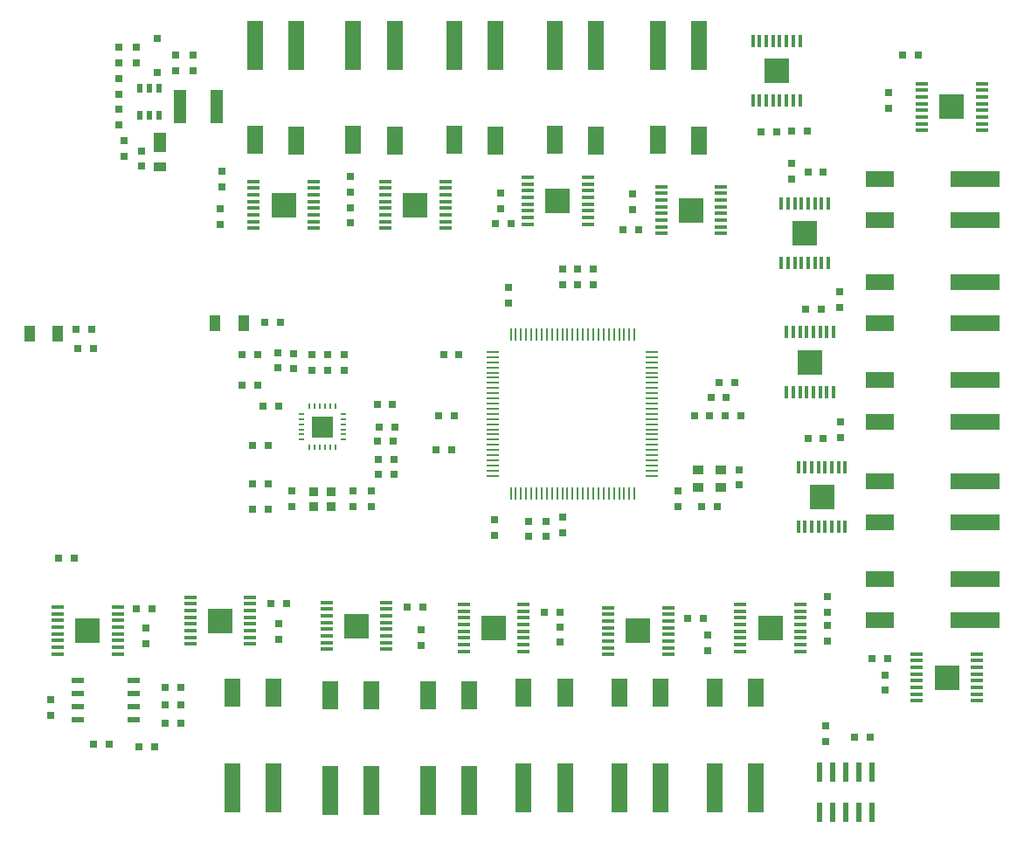
<source format=gbr>
G04 #@! TF.FileFunction,Paste,Top*
%FSLAX46Y46*%
G04 Gerber Fmt 4.6, Leading zero omitted, Abs format (unit mm)*
G04 Created by KiCad (PCBNEW 4.0.7) date 11/21/18 10:10:23*
%MOMM*%
%LPD*%
G01*
G04 APERTURE LIST*
%ADD10C,0.050000*%
%ADD11R,2.400000X2.400000*%
%ADD12R,1.200000X0.360000*%
%ADD13R,1.600000X2.800000*%
%ADD14R,1.600000X4.800000*%
%ADD15R,1.000000X1.600000*%
%ADD16R,2.800000X1.600000*%
%ADD17R,4.800000X1.600000*%
%ADD18R,0.719328X0.800608*%
%ADD19R,0.800608X0.719328*%
%ADD20R,0.360000X1.200000*%
%ADD21R,1.999488X1.999488*%
%ADD22O,0.640080X0.199136*%
%ADD23O,0.199136X0.640080*%
%ADD24R,1.120000X0.960000*%
%ADD25R,0.960000X0.880000*%
%ADD26R,0.720000X0.800000*%
%ADD27R,0.800000X0.720000*%
%ADD28R,1.200000X0.840000*%
%ADD29R,1.200000X1.920000*%
%ADD30R,0.680000X0.680000*%
%ADD31R,0.608000X1.920000*%
%ADD32R,1.200000X3.200000*%
%ADD33R,1.200000X0.240000*%
%ADD34R,0.240000X1.200000*%
%ADD35R,0.480000X0.960000*%
%ADD36R,1.240000X0.480000*%
G04 APERTURE END LIST*
D10*
D11*
X152750000Y-75000000D03*
D12*
X149850000Y-76625000D03*
X149850000Y-77275000D03*
X149850000Y-75975000D03*
X149850000Y-75325000D03*
X149850000Y-72725000D03*
X149850000Y-73375000D03*
X149850000Y-74675000D03*
X149850000Y-74025000D03*
X155650000Y-74025000D03*
X155650000Y-74675000D03*
X155650000Y-73375000D03*
X155650000Y-72725000D03*
X155650000Y-75325000D03*
X155650000Y-75975000D03*
X155650000Y-77275000D03*
X155650000Y-76625000D03*
D13*
X129750000Y-68200000D03*
D14*
X129750000Y-59000000D03*
X133750000Y-59000000D03*
D13*
X133750000Y-68250000D03*
D11*
X113250000Y-74500000D03*
D12*
X110350000Y-76125000D03*
X110350000Y-76775000D03*
X110350000Y-75475000D03*
X110350000Y-74825000D03*
X110350000Y-72225000D03*
X110350000Y-72875000D03*
X110350000Y-74175000D03*
X110350000Y-73525000D03*
X116150000Y-73525000D03*
X116150000Y-74175000D03*
X116150000Y-72875000D03*
X116150000Y-72225000D03*
X116150000Y-74825000D03*
X116150000Y-75475000D03*
X116150000Y-76775000D03*
X116150000Y-76125000D03*
D13*
X131250000Y-122050000D03*
D14*
X131250000Y-131250000D03*
X127250000Y-131250000D03*
D13*
X127250000Y-122000000D03*
D15*
X88625000Y-87000000D03*
X91375000Y-87000000D03*
X106625000Y-86000000D03*
X109375000Y-86000000D03*
D13*
X140500000Y-121800000D03*
D14*
X140500000Y-131000000D03*
X136500000Y-131000000D03*
D13*
X136500000Y-121750000D03*
X110500000Y-68200000D03*
D14*
X110500000Y-59000000D03*
X114500000Y-59000000D03*
D13*
X114500000Y-68250000D03*
D16*
X171050000Y-101250000D03*
D17*
X180250000Y-101250000D03*
X180250000Y-105250000D03*
D16*
X171000000Y-105250000D03*
D13*
X149500000Y-68200000D03*
D14*
X149500000Y-59000000D03*
X153500000Y-59000000D03*
D13*
X153500000Y-68250000D03*
X120000000Y-68200000D03*
D14*
X120000000Y-59000000D03*
X124000000Y-59000000D03*
D13*
X124000000Y-68250000D03*
D16*
X171050000Y-110750000D03*
D17*
X180250000Y-110750000D03*
X180250000Y-114750000D03*
D16*
X171000000Y-114750000D03*
X171050000Y-72000000D03*
D17*
X180250000Y-72000000D03*
X180250000Y-76000000D03*
D16*
X171000000Y-76000000D03*
D13*
X121750000Y-122050000D03*
D14*
X121750000Y-131250000D03*
X117750000Y-131250000D03*
D13*
X117750000Y-122000000D03*
X159000000Y-121800000D03*
D14*
X159000000Y-131000000D03*
X155000000Y-131000000D03*
D13*
X155000000Y-121750000D03*
D16*
X171050000Y-82000000D03*
D17*
X180250000Y-82000000D03*
X180250000Y-86000000D03*
D16*
X171000000Y-86000000D03*
D13*
X139500000Y-68200000D03*
D14*
X139500000Y-59000000D03*
X143500000Y-59000000D03*
D13*
X143500000Y-68250000D03*
X149750000Y-121800000D03*
D14*
X149750000Y-131000000D03*
X145750000Y-131000000D03*
D13*
X145750000Y-121750000D03*
D16*
X171050000Y-91500000D03*
D17*
X180250000Y-91500000D03*
X180250000Y-95500000D03*
D16*
X171000000Y-95500000D03*
D18*
X156151840Y-93200000D03*
X154648160Y-93200000D03*
D19*
X143250000Y-82251840D03*
X143250000Y-80748160D03*
X112650000Y-90301840D03*
X112650000Y-88798160D03*
X137000000Y-106651840D03*
X137000000Y-105148160D03*
X138700000Y-106651840D03*
X138700000Y-105148160D03*
D18*
X103251840Y-124750000D03*
X101748160Y-124750000D03*
D19*
X165750000Y-126501840D03*
X165750000Y-124998160D03*
D18*
X103251840Y-121250000D03*
X101748160Y-121250000D03*
X103251840Y-123000000D03*
X101748160Y-123000000D03*
X123801840Y-93850000D03*
X122298160Y-93850000D03*
X123951840Y-100570000D03*
X122448160Y-100570000D03*
X124001840Y-96000000D03*
X122498160Y-96000000D03*
D19*
X121750000Y-103751840D03*
X121750000Y-102248160D03*
X115950000Y-90501840D03*
X115950000Y-88998160D03*
D18*
X129501840Y-98250000D03*
X127998160Y-98250000D03*
D19*
X117500000Y-90501840D03*
X117500000Y-88998160D03*
D18*
X92953840Y-108712000D03*
X91450160Y-108712000D03*
X94811840Y-88440000D03*
X93308160Y-88440000D03*
X94641840Y-86550000D03*
X93138160Y-86550000D03*
X100751840Y-127000000D03*
X99248160Y-127000000D03*
X112951840Y-85900000D03*
X111448160Y-85900000D03*
D11*
X139800000Y-74100000D03*
D12*
X136900000Y-75725000D03*
X136900000Y-76375000D03*
X136900000Y-75075000D03*
X136900000Y-74425000D03*
X136900000Y-71825000D03*
X136900000Y-72475000D03*
X136900000Y-73775000D03*
X136900000Y-73125000D03*
X142700000Y-73125000D03*
X142700000Y-73775000D03*
X142700000Y-72475000D03*
X142700000Y-71825000D03*
X142700000Y-74425000D03*
X142700000Y-75075000D03*
X142700000Y-76375000D03*
X142700000Y-75725000D03*
D11*
X126000000Y-74500000D03*
D12*
X123100000Y-76125000D03*
X123100000Y-76775000D03*
X123100000Y-75475000D03*
X123100000Y-74825000D03*
X123100000Y-72225000D03*
X123100000Y-72875000D03*
X123100000Y-74175000D03*
X123100000Y-73525000D03*
X128900000Y-73525000D03*
X128900000Y-74175000D03*
X128900000Y-72875000D03*
X128900000Y-72225000D03*
X128900000Y-74825000D03*
X128900000Y-75475000D03*
X128900000Y-76775000D03*
X128900000Y-76125000D03*
D11*
X164250000Y-89750000D03*
D20*
X162625000Y-86850000D03*
X161975000Y-86850000D03*
X163275000Y-86850000D03*
X163925000Y-86850000D03*
X166525000Y-86850000D03*
X165875000Y-86850000D03*
X164575000Y-86850000D03*
X165225000Y-86850000D03*
X165225000Y-92650000D03*
X164575000Y-92650000D03*
X165875000Y-92650000D03*
X166525000Y-92650000D03*
X163925000Y-92650000D03*
X163275000Y-92650000D03*
X161975000Y-92650000D03*
X162625000Y-92650000D03*
D11*
X163750000Y-77250000D03*
D20*
X162125000Y-74350000D03*
X161475000Y-74350000D03*
X162775000Y-74350000D03*
X163425000Y-74350000D03*
X166025000Y-74350000D03*
X165375000Y-74350000D03*
X164075000Y-74350000D03*
X164725000Y-74350000D03*
X164725000Y-80150000D03*
X164075000Y-80150000D03*
X165375000Y-80150000D03*
X166025000Y-80150000D03*
X163425000Y-80150000D03*
X162775000Y-80150000D03*
X161475000Y-80150000D03*
X162125000Y-80150000D03*
D11*
X178000000Y-65000000D03*
D12*
X175100000Y-66625000D03*
X175100000Y-67275000D03*
X175100000Y-65975000D03*
X175100000Y-65325000D03*
X175100000Y-62725000D03*
X175100000Y-63375000D03*
X175100000Y-64675000D03*
X175100000Y-64025000D03*
X180900000Y-64025000D03*
X180900000Y-64675000D03*
X180900000Y-63375000D03*
X180900000Y-62725000D03*
X180900000Y-65325000D03*
X180900000Y-65975000D03*
X180900000Y-67275000D03*
X180900000Y-66625000D03*
D11*
X161000000Y-61500000D03*
D20*
X162625000Y-64400000D03*
X163275000Y-64400000D03*
X161975000Y-64400000D03*
X161325000Y-64400000D03*
X158725000Y-64400000D03*
X159375000Y-64400000D03*
X160675000Y-64400000D03*
X160025000Y-64400000D03*
X160025000Y-58600000D03*
X160675000Y-58600000D03*
X159375000Y-58600000D03*
X158725000Y-58600000D03*
X161325000Y-58600000D03*
X161975000Y-58600000D03*
X163275000Y-58600000D03*
X162625000Y-58600000D03*
D11*
X147600000Y-115800000D03*
D12*
X150500000Y-114175000D03*
X150500000Y-113525000D03*
X150500000Y-114825000D03*
X150500000Y-115475000D03*
X150500000Y-118075000D03*
X150500000Y-117425000D03*
X150500000Y-116125000D03*
X150500000Y-116775000D03*
X144700000Y-116775000D03*
X144700000Y-116125000D03*
X144700000Y-117425000D03*
X144700000Y-118075000D03*
X144700000Y-115475000D03*
X144700000Y-114825000D03*
X144700000Y-113525000D03*
X144700000Y-114175000D03*
D11*
X160400000Y-115500000D03*
D12*
X163300000Y-113875000D03*
X163300000Y-113225000D03*
X163300000Y-114525000D03*
X163300000Y-115175000D03*
X163300000Y-117775000D03*
X163300000Y-117125000D03*
X163300000Y-115825000D03*
X163300000Y-116475000D03*
X157500000Y-116475000D03*
X157500000Y-115825000D03*
X157500000Y-117125000D03*
X157500000Y-117775000D03*
X157500000Y-115175000D03*
X157500000Y-114525000D03*
X157500000Y-113225000D03*
X157500000Y-113875000D03*
D11*
X177500000Y-120300000D03*
D12*
X174600000Y-121925000D03*
X174600000Y-122575000D03*
X174600000Y-121275000D03*
X174600000Y-120625000D03*
X174600000Y-118025000D03*
X174600000Y-118675000D03*
X174600000Y-119975000D03*
X174600000Y-119325000D03*
X180400000Y-119325000D03*
X180400000Y-119975000D03*
X180400000Y-118675000D03*
X180400000Y-118025000D03*
X180400000Y-120625000D03*
X180400000Y-121275000D03*
X180400000Y-122575000D03*
X180400000Y-121925000D03*
D11*
X165400000Y-102800000D03*
D20*
X163775000Y-99900000D03*
X163125000Y-99900000D03*
X164425000Y-99900000D03*
X165075000Y-99900000D03*
X167675000Y-99900000D03*
X167025000Y-99900000D03*
X165725000Y-99900000D03*
X166375000Y-99900000D03*
X166375000Y-105700000D03*
X165725000Y-105700000D03*
X167025000Y-105700000D03*
X167675000Y-105700000D03*
X165075000Y-105700000D03*
X164425000Y-105700000D03*
X163125000Y-105700000D03*
X163775000Y-105700000D03*
D11*
X107100000Y-114800000D03*
D12*
X110000000Y-113175000D03*
X110000000Y-112525000D03*
X110000000Y-113825000D03*
X110000000Y-114475000D03*
X110000000Y-117075000D03*
X110000000Y-116425000D03*
X110000000Y-115125000D03*
X110000000Y-115775000D03*
X104200000Y-115775000D03*
X104200000Y-115125000D03*
X104200000Y-116425000D03*
X104200000Y-117075000D03*
X104200000Y-114475000D03*
X104200000Y-113825000D03*
X104200000Y-112525000D03*
X104200000Y-113175000D03*
D11*
X120300000Y-115300000D03*
D12*
X123200000Y-113675000D03*
X123200000Y-113025000D03*
X123200000Y-114325000D03*
X123200000Y-114975000D03*
X123200000Y-117575000D03*
X123200000Y-116925000D03*
X123200000Y-115625000D03*
X123200000Y-116275000D03*
X117400000Y-116275000D03*
X117400000Y-115625000D03*
X117400000Y-116925000D03*
X117400000Y-117575000D03*
X117400000Y-114975000D03*
X117400000Y-114325000D03*
X117400000Y-113025000D03*
X117400000Y-113675000D03*
D11*
X133600000Y-115500000D03*
D12*
X136500000Y-113875000D03*
X136500000Y-113225000D03*
X136500000Y-114525000D03*
X136500000Y-115175000D03*
X136500000Y-117775000D03*
X136500000Y-117125000D03*
X136500000Y-115825000D03*
X136500000Y-116475000D03*
X130700000Y-116475000D03*
X130700000Y-115825000D03*
X130700000Y-117125000D03*
X130700000Y-117775000D03*
X130700000Y-115175000D03*
X130700000Y-114525000D03*
X130700000Y-113225000D03*
X130700000Y-113875000D03*
D21*
X117000000Y-96000000D03*
D22*
X115001020Y-94750320D03*
X115001020Y-95250700D03*
X115001020Y-95751080D03*
X115001020Y-96248920D03*
X115001020Y-96749300D03*
X115001020Y-97249680D03*
D23*
X115750320Y-97998980D03*
X116250700Y-97998980D03*
X116751080Y-97998980D03*
X117248920Y-97998980D03*
X117749300Y-97998980D03*
X118249680Y-97998980D03*
D22*
X118998980Y-97249680D03*
X118998980Y-96749300D03*
X118998980Y-96248920D03*
X118998980Y-95751080D03*
X118998980Y-95250700D03*
X118998980Y-94750320D03*
D23*
X118249680Y-94001020D03*
X117749300Y-94001020D03*
X117248920Y-94001020D03*
X116751080Y-94001020D03*
X116250700Y-94001020D03*
X115750320Y-94001020D03*
D24*
X155600000Y-100150000D03*
X153400000Y-100150000D03*
X155600000Y-101850000D03*
X153400000Y-101850000D03*
D25*
X116150000Y-103700000D03*
X117850000Y-103700000D03*
X116150000Y-102300000D03*
X117850000Y-102300000D03*
D18*
X110248160Y-104000000D03*
X111751840Y-104000000D03*
X128248160Y-94900000D03*
D26*
X129751840Y-94900000D03*
D18*
X128748160Y-89000000D03*
D26*
X130251840Y-89000000D03*
D18*
X157551840Y-94900000D03*
D26*
X156048160Y-94900000D03*
D19*
X133650000Y-104998160D03*
D27*
X133650000Y-106501840D03*
D18*
X153048160Y-94900000D03*
D26*
X154551840Y-94900000D03*
D18*
X156951840Y-91700000D03*
D26*
X155448160Y-91700000D03*
D19*
X140250000Y-104748160D03*
D27*
X140250000Y-106251840D03*
D19*
X140250000Y-80748160D03*
D27*
X140250000Y-82251840D03*
D19*
X151500000Y-103751840D03*
D27*
X151500000Y-102248160D03*
D19*
X141750000Y-80748160D03*
D27*
X141750000Y-82251840D03*
D19*
X157400000Y-101651840D03*
D27*
X157400000Y-100148160D03*
D18*
X155251840Y-103750000D03*
D26*
X153748160Y-103750000D03*
D19*
X99900000Y-117001840D03*
D27*
X99900000Y-115498160D03*
D18*
X98948160Y-113650000D03*
D26*
X100451840Y-113650000D03*
D19*
X147100000Y-73448160D03*
D27*
X147100000Y-74951840D03*
D19*
X134300000Y-73348160D03*
D27*
X134300000Y-74851840D03*
D19*
X99500000Y-70751840D03*
D27*
X99500000Y-69248160D03*
D18*
X147651840Y-76900000D03*
D26*
X146148160Y-76900000D03*
D18*
X135251840Y-76300000D03*
D26*
X133748160Y-76300000D03*
D19*
X119750000Y-74748160D03*
D27*
X119750000Y-76251840D03*
D19*
X104500000Y-61501840D03*
D27*
X104500000Y-59998160D03*
D19*
X107100000Y-74848160D03*
D27*
X107100000Y-76351840D03*
D19*
X119750000Y-73251840D03*
D27*
X119750000Y-71748160D03*
D19*
X97250000Y-66751840D03*
D27*
X97250000Y-65248160D03*
D19*
X107250000Y-72751840D03*
D27*
X107250000Y-71248160D03*
D18*
X165351840Y-84600000D03*
D26*
X163848160Y-84600000D03*
D18*
X165551840Y-71300000D03*
D26*
X164048160Y-71300000D03*
D19*
X167100000Y-82948160D03*
D27*
X167100000Y-84451840D03*
D19*
X162500000Y-72001840D03*
D27*
X162500000Y-70498160D03*
D19*
X171900000Y-63638160D03*
D27*
X171900000Y-65141840D03*
D18*
X159548160Y-67400000D03*
D26*
X161051840Y-67400000D03*
D18*
X173248160Y-60000000D03*
D26*
X174751840Y-60000000D03*
D18*
X163951840Y-67300000D03*
D26*
X162448160Y-67300000D03*
D19*
X154300000Y-117701840D03*
D27*
X154300000Y-116198160D03*
D19*
X165900000Y-116751840D03*
D27*
X165900000Y-115248160D03*
D18*
X152398160Y-114550000D03*
D26*
X153901840Y-114550000D03*
D19*
X165900000Y-112448160D03*
D27*
X165900000Y-113951840D03*
D19*
X171500000Y-120048160D03*
D27*
X171500000Y-121551840D03*
D18*
X165551840Y-97100000D03*
D26*
X164048160Y-97100000D03*
D18*
X170248160Y-118500000D03*
D26*
X171751840Y-118500000D03*
D19*
X167200000Y-95548160D03*
D27*
X167200000Y-97051840D03*
D19*
X112800000Y-116601840D03*
D27*
X112800000Y-115098160D03*
D19*
X126600000Y-117201840D03*
D27*
X126600000Y-115698160D03*
D19*
X140050000Y-116901840D03*
D27*
X140050000Y-115398160D03*
D18*
X111998160Y-113150000D03*
D26*
X113501840Y-113150000D03*
D18*
X125248160Y-113450000D03*
D26*
X126751840Y-113450000D03*
D18*
X138548160Y-114000000D03*
D26*
X140051840Y-114000000D03*
D19*
X114200000Y-88898160D03*
D27*
X114200000Y-90401840D03*
D18*
X110751840Y-89000000D03*
D26*
X109248160Y-89000000D03*
D18*
X123921840Y-99160000D03*
D26*
X122418160Y-99160000D03*
D18*
X111248160Y-94000000D03*
D26*
X112751840Y-94000000D03*
D19*
X114000000Y-102248160D03*
D27*
X114000000Y-103751840D03*
D18*
X110751840Y-92000000D03*
D26*
X109248160Y-92000000D03*
D18*
X123851840Y-97425000D03*
D26*
X122348160Y-97425000D03*
D19*
X120000000Y-103751840D03*
D27*
X120000000Y-102248160D03*
D19*
X119100000Y-88998160D03*
D27*
X119100000Y-90501840D03*
D18*
X111751840Y-97800000D03*
D26*
X110248160Y-97800000D03*
D18*
X110248160Y-101500000D03*
D26*
X111751840Y-101500000D03*
D28*
X101250000Y-70775000D03*
D29*
X101250000Y-68400000D03*
D30*
X101000000Y-58325000D03*
X101000000Y-61675000D03*
D31*
X168970000Y-129450000D03*
X170240000Y-129450000D03*
X170240000Y-133350000D03*
X168970000Y-133350000D03*
X165160000Y-133350000D03*
X166430000Y-133350000D03*
X167700000Y-133350000D03*
X167700000Y-129450000D03*
X166430000Y-129450000D03*
X165160000Y-129450000D03*
D13*
X112250000Y-121800000D03*
D14*
X112250000Y-131000000D03*
X108250000Y-131000000D03*
D13*
X108250000Y-121750000D03*
D32*
X106800000Y-65000000D03*
X103200000Y-65000000D03*
D18*
X96351840Y-126800000D03*
X94848160Y-126800000D03*
D19*
X90650000Y-123951840D03*
X90650000Y-122448160D03*
X97750000Y-68248160D03*
X97750000Y-69751840D03*
X97250000Y-59248160D03*
X97250000Y-60751840D03*
X102750000Y-59998160D03*
X102750000Y-61501840D03*
X99000000Y-60751840D03*
X99000000Y-59248160D03*
X97250000Y-62248160D03*
X97250000Y-63751840D03*
D18*
X170051840Y-126100000D03*
X168548160Y-126100000D03*
D33*
X148950000Y-92750000D03*
X148950000Y-92250000D03*
X148950000Y-91750000D03*
X148950000Y-90750000D03*
X148950000Y-91250000D03*
X148950000Y-89250000D03*
X148950000Y-88750000D03*
X148950000Y-89750000D03*
X148950000Y-90250000D03*
D34*
X135750000Y-102450000D03*
X135250000Y-102450000D03*
X138750000Y-102450000D03*
X138250000Y-102450000D03*
X139250000Y-102450000D03*
X137250000Y-102450000D03*
X137750000Y-102450000D03*
X136250000Y-102450000D03*
X136750000Y-102450000D03*
D33*
X133550000Y-97250000D03*
X133550000Y-97750000D03*
X133550000Y-96750000D03*
X133550000Y-98250000D03*
X133550000Y-98750000D03*
X133550000Y-100750000D03*
X133550000Y-100250000D03*
X133550000Y-99750000D03*
X133550000Y-99250000D03*
D34*
X137250000Y-87050000D03*
X138750000Y-87050000D03*
X139250000Y-87050000D03*
X138250000Y-87050000D03*
X137750000Y-87050000D03*
X135750000Y-87050000D03*
X136250000Y-87050000D03*
X136750000Y-87050000D03*
X135250000Y-87050000D03*
D33*
X148950000Y-94750000D03*
X148950000Y-94250000D03*
X148950000Y-93250000D03*
X148950000Y-93750000D03*
D34*
X140250000Y-102450000D03*
X139750000Y-102450000D03*
X141250000Y-102450000D03*
X140750000Y-102450000D03*
D33*
X133550000Y-94750000D03*
X133550000Y-95250000D03*
X133550000Y-95750000D03*
X133550000Y-96250000D03*
D34*
X139750000Y-87050000D03*
X141250000Y-87050000D03*
X140750000Y-87050000D03*
X140250000Y-87050000D03*
D33*
X148950000Y-95750000D03*
X148950000Y-95250000D03*
X148950000Y-96250000D03*
X148950000Y-96750000D03*
D34*
X144250000Y-102450000D03*
X144750000Y-102450000D03*
X145750000Y-102450000D03*
X145250000Y-102450000D03*
X142750000Y-102450000D03*
X143750000Y-102450000D03*
X143250000Y-102450000D03*
X141750000Y-102450000D03*
X142250000Y-102450000D03*
D33*
X133550000Y-94250000D03*
X133550000Y-93750000D03*
D34*
X142250000Y-87050000D03*
X142750000Y-87050000D03*
X143750000Y-87050000D03*
X143250000Y-87050000D03*
X144750000Y-87050000D03*
X145250000Y-87050000D03*
X144250000Y-87050000D03*
X146750000Y-87050000D03*
X147250000Y-87050000D03*
X146250000Y-87050000D03*
X145750000Y-87050000D03*
D33*
X148950000Y-97250000D03*
X148950000Y-97750000D03*
X148950000Y-98750000D03*
X148950000Y-98250000D03*
X148950000Y-99750000D03*
X148950000Y-100250000D03*
X148950000Y-99250000D03*
D34*
X146750000Y-102450000D03*
X146250000Y-102450000D03*
X147250000Y-102450000D03*
D33*
X148950000Y-100750000D03*
X133550000Y-91750000D03*
X133550000Y-92250000D03*
X133550000Y-93250000D03*
X133550000Y-92750000D03*
X133550000Y-90250000D03*
X133550000Y-91250000D03*
X133550000Y-90750000D03*
X133550000Y-89250000D03*
X133550000Y-89750000D03*
X133550000Y-88750000D03*
D34*
X141750000Y-87050000D03*
D11*
X94250000Y-115750000D03*
D12*
X97150000Y-114125000D03*
X97150000Y-113475000D03*
X97150000Y-114775000D03*
X97150000Y-115425000D03*
X97150000Y-118025000D03*
X97150000Y-117375000D03*
X97150000Y-116075000D03*
X97150000Y-116725000D03*
X91350000Y-116725000D03*
X91350000Y-116075000D03*
X91350000Y-117375000D03*
X91350000Y-118025000D03*
X91350000Y-115425000D03*
X91350000Y-114775000D03*
X91350000Y-113475000D03*
X91350000Y-114125000D03*
D35*
X101200000Y-65800000D03*
X101200000Y-63200000D03*
X100250000Y-63200000D03*
X99300000Y-63200000D03*
X99300000Y-65800000D03*
X100199960Y-65800000D03*
D36*
X98700000Y-124405000D03*
X98700000Y-123135000D03*
X98700000Y-121865000D03*
X98700000Y-120595000D03*
X93300000Y-120595000D03*
X93300000Y-121865000D03*
X93300000Y-123135000D03*
X93300000Y-124405000D03*
D19*
X135000000Y-82498160D03*
D27*
X135000000Y-84001840D03*
M02*

</source>
